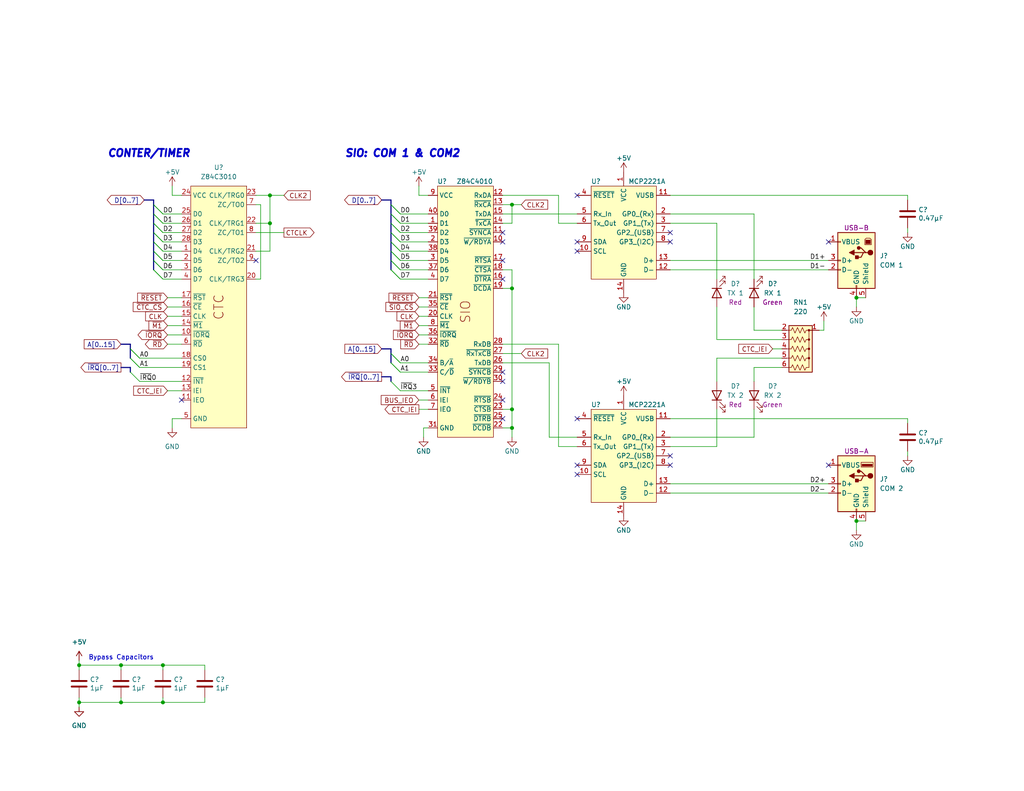
<source format=kicad_sch>
(kicad_sch (version 20230121) (generator eeschema)
  (paper "USLetter")
  (title_block (title "CTC and SIO with USB") (date "2023-09-20") (rev "3") (company "Frédéric Segard, aka Micro Hobbyist") (comment 1 "youtune.com/@microhobbyist") (comment 2 "github.com/fredericsegard") (comment 4 "I want to thank John Winans, Grant Searle and Sergey Kiselev for inspiring me."))
  (lib_symbols
    (symbol "+5V_1" (power) (pin_names (offset 0))
      (property "Value" "+5V_1" (at 0 3.556 0))
      (symbol "+5V_1_0_1"
        (polyline (pts (xy -0.762 1.27) (xy 0 2.54)))
        (polyline (pts (xy 0 0) (xy 0 2.54)))
        (polyline (pts (xy 0 2.54) (xy 0.762 1.27)))
      )
      (symbol "+5V_1_1_1"
        (pin power_in line (at 0 0 90) (length 0) hide (name "+5V") (number "1"))
      )
    )
    (symbol "0_Library:MCP2221A"
      (property "Reference" "U" (at -10.16 1.27 0))
      (property "Value" "MCP2221A" (at 1.27 1.27 0))
      (symbol "MCP2221A_0_1"
        (rectangle (start -8.89 0) (end 8.89 -25.4) (stroke (width 0.1524)) (fill (type background)))
      )
      (symbol "MCP2221A_1_1"
        (pin power_in line (at 0 3.81 270) (length 3.81) (name "VCC") (number "1"))
        (pin bidirectional line (at -12.7 -17.78 0) (length 3.81) (name "SCL") (number "10"))
        (pin power_out line (at 12.7 -2.54 180) (length 3.81) (name "VUSB") (number "11"))
        (pin bidirectional line (at 12.7 -22.86 180) (length 3.81) (name "D-") (number "12"))
        (pin bidirectional line (at 12.7 -20.32 180) (length 3.81) (name "D+") (number "13"))
        (pin power_in line (at 0 -29.21 90) (length 3.81) (name "GND") (number "14"))
        (pin bidirectional line (at 12.7 -7.62 180) (length 3.81) (name "GP0_(Rx)") (number "2"))
        (pin bidirectional line (at 12.7 -10.16 180) (length 3.81) (name "GP1_(Tx)") (number "3"))
        (pin input line (at -12.7 -2.54 0) (length 3.81) (name "~{RESET}") (number "4"))
        (pin input line (at -12.7 -7.62 0) (length 3.81) (name "Rx_In") (number "5"))
        (pin output line (at -12.7 -10.16 0) (length 3.81) (name "Tx_Out") (number "6"))
        (pin bidirectional line (at 12.7 -12.7 180) (length 3.81) (name "GP2_(USB)") (number "7"))
        (pin bidirectional line (at 12.7 -15.24 180) (length 3.81) (name "GP3_(I2C)") (number "8"))
        (pin bidirectional line (at -12.7 -15.24 0) (length 3.81) (name "SDA") (number "9"))
      )
    )
    (symbol "0_Library:Z84C30xx CTC"
      (property "Reference" "U" (at -7.62 1.27 0))
      (property "Value" "Z84C30xx CTC" (at 1.27 1.27 0))
      (symbol "Z84C30xx CTC_0_0"
        (text "CTC" (at 0 -33.02 900) (effects (font (size 2.54 2.54))))
      )
      (symbol "Z84C30xx CTC_0_1"
        (rectangle (start -7.62 0) (end 7.62 -66.04) (stroke (width 0.1524)) (fill (type background)))
      )
      (symbol "Z84C30xx CTC_1_1"
        (pin bidirectional line (at -10.16 -17.78 0) (length 2.54) (name "D4") (number "1"))
        (pin input line (at -10.16 -40.64 0) (length 2.54) (name "~{IORQ}") (number "10"))
        (pin output line (at -10.16 -58.42 0) (length 2.54) (name "IEO") (number "11"))
        (pin open_collector line (at -10.16 -53.34 0) (length 2.54) (name "~{INT}") (number "12"))
        (pin input line (at -10.16 -55.88 0) (length 2.54) (name "IEI") (number "13"))
        (pin input line (at -10.16 -38.1 0) (length 2.54) (name "~{M1}") (number "14"))
        (pin input line (at -10.16 -35.56 0) (length 2.54) (name "CLK") (number "15"))
        (pin input line (at -10.16 -33.02 0) (length 2.54) (name "~{CE}") (number "16"))
        (pin input line (at -10.16 -30.48 0) (length 2.54) (name "~{RST}") (number "17"))
        (pin input line (at -10.16 -46.99 0) (length 2.54) (name "CS0") (number "18"))
        (pin input line (at -10.16 -49.53 0) (length 2.54) (name "CS1") (number "19"))
        (pin bidirectional line (at -10.16 -20.32 0) (length 2.54) (name "D5") (number "2"))
        (pin input line (at 10.16 -25.4 180) (length 2.54) (name "CLK/TRG3") (number "20"))
        (pin input line (at 10.16 -17.78 180) (length 2.54) (name "CLK/TRG2") (number "21"))
        (pin input line (at 10.16 -10.16 180) (length 2.54) (name "CLK/TRG1") (number "22"))
        (pin input line (at 10.16 -2.54 180) (length 2.54) (name "CLK/TRG0") (number "23"))
        (pin power_in line (at -10.16 -2.54 0) (length 2.54) (name "VCC") (number "24"))
        (pin bidirectional line (at -10.16 -7.62 0) (length 2.54) (name "D0") (number "25"))
        (pin bidirectional line (at -10.16 -10.16 0) (length 2.54) (name "D1") (number "26"))
        (pin bidirectional line (at -10.16 -12.7 0) (length 2.54) (name "D2") (number "27"))
        (pin bidirectional line (at -10.16 -15.24 0) (length 2.54) (name "D3") (number "28"))
        (pin bidirectional line (at -10.16 -22.86 0) (length 2.54) (name "D6") (number "3"))
        (pin bidirectional line (at -10.16 -25.4 0) (length 2.54) (name "D7") (number "4"))
        (pin power_in line (at -10.16 -63.5 0) (length 2.54) (name "GND") (number "5"))
        (pin input line (at -10.16 -43.18 0) (length 2.54) (name "~{RD}") (number "6"))
        (pin output line (at 10.16 -5.08 180) (length 2.54) (name "ZC/TO0") (number "7"))
        (pin output line (at 10.16 -12.7 180) (length 2.54) (name "ZC/TO1") (number "8"))
        (pin output line (at 10.16 -20.32 180) (length 2.54) (name "ZC/TO2") (number "9"))
      )
    )
    (symbol "0_Library:Z84C40xx SIO"
      (property "Reference" "U" (at -7.62 1.27 0))
      (property "Value" "Z84C40xx SIO" (at 1.27 1.27 0))
      (symbol "Z84C40xx SIO_0_0"
        (text "SIO" (at 0 -34.29 900) (effects (font (size 2.54 2.54))))
      )
      (symbol "Z84C40xx SIO_0_1"
        (rectangle (start -7.62 0) (end 7.62 -68.58) (stroke (width 0.1524)) (fill (type background)))
      )
      (symbol "Z84C40xx SIO_1_1"
        (pin bidirectional line (at -10.16 -10.16 0) (length 2.54) (name "D1") (number "1"))
        (pin output line (at 10.16 -15.24 180) (length 2.54) (name "~{W/RDYA}") (number "10"))
        (pin bidirectional line (at 10.16 -12.7 180) (length 2.54) (name "~{SYNCA}") (number "11"))
        (pin input line (at 10.16 -2.54 180) (length 2.54) (name "RxDA") (number "12"))
        (pin input line (at 10.16 -5.08 180) (length 2.54) (name "~{RxCA}") (number "13"))
        (pin input line (at 10.16 -10.16 180) (length 2.54) (name "~{TxCA}") (number "14"))
        (pin output line (at 10.16 -7.62 180) (length 2.54) (name "TxDA") (number "15"))
        (pin output line (at 10.16 -25.4 180) (length 2.54) (name "~{DTRA}") (number "16"))
        (pin output line (at 10.16 -20.32 180) (length 2.54) (name "~{RTSA}") (number "17"))
        (pin input line (at 10.16 -22.86 180) (length 2.54) (name "~{CTSA}") (number "18"))
        (pin input line (at 10.16 -27.94 180) (length 2.54) (name "~{DCDA}") (number "19"))
        (pin bidirectional line (at -10.16 -15.24 0) (length 2.54) (name "D3") (number "2"))
        (pin input line (at -10.16 -35.56 0) (length 2.54) (name "CLK") (number "20"))
        (pin input line (at -10.16 -30.48 0) (length 2.54) (name "~{RST}") (number "21"))
        (pin input line (at 10.16 -66.04 180) (length 2.54) (name "~{DCDB}") (number "22"))
        (pin input line (at 10.16 -60.96 180) (length 2.54) (name "~{CTSB}") (number "23"))
        (pin output line (at 10.16 -58.42 180) (length 2.54) (name "~{RTSB}") (number "24"))
        (pin output line (at 10.16 -63.5 180) (length 2.54) (name "~{DTRB}") (number "25"))
        (pin output line (at 10.16 -48.26 180) (length 2.54) (name "TxDB") (number "26"))
        (pin input line (at 10.16 -45.72 180) (length 2.54) (name "~{RxTxCB}") (number "27"))
        (pin input line (at 10.16 -43.18 180) (length 2.54) (name "RxDB") (number "28"))
        (pin bidirectional line (at 10.16 -50.8 180) (length 2.54) (name "~{SYNCB}") (number "29"))
        (pin bidirectional line (at -10.16 -20.32 0) (length 2.54) (name "D5") (number "3"))
        (pin output line (at 10.16 -53.34 180) (length 2.54) (name "~{W/RDYB}") (number "30"))
        (pin power_in line (at -10.16 -66.04 0) (length 2.54) (name "GND") (number "31"))
        (pin input line (at -10.16 -43.18 0) (length 2.54) (name "~{RD}") (number "32"))
        (pin input line (at -10.16 -50.8 0) (length 2.54) (name "C/~{D}") (number "33"))
        (pin input line (at -10.16 -48.26 0) (length 2.54) (name "B/~{A}") (number "34"))
        (pin input line (at -10.16 -33.02 0) (length 2.54) (name "~{CE}") (number "35"))
        (pin input line (at -10.16 -40.64 0) (length 2.54) (name "~{IORQ}") (number "36"))
        (pin bidirectional line (at -10.16 -22.86 0) (length 2.54) (name "D6") (number "37"))
        (pin bidirectional line (at -10.16 -17.78 0) (length 2.54) (name "D4") (number "38"))
        (pin bidirectional line (at -10.16 -12.7 0) (length 2.54) (name "D2") (number "39"))
        (pin bidirectional line (at -10.16 -25.4 0) (length 2.54) (name "D7") (number "4"))
        (pin bidirectional line (at -10.16 -7.62 0) (length 2.54) (name "D0") (number "40"))
        (pin open_collector line (at -10.16 -55.88 0) (length 2.54) (name "~{INT}") (number "5"))
        (pin input line (at -10.16 -58.42 0) (length 2.54) (name "IEI") (number "6"))
        (pin output line (at -10.16 -60.96 0) (length 2.54) (name "IEO") (number "7"))
        (pin input line (at -10.16 -38.1 0) (length 2.54) (name "~{M1}") (number "8"))
        (pin power_in line (at -10.16 -2.54 0) (length 2.54) (name "VCC") (number "9"))
      )
    )
    (symbol "Connector:USB_A" (pin_names (offset 1.016))
      (property "Reference" "J" (at -5.08 11.43 0))
      (property "Value" "USB_A" (at -5.08 8.89 0))
      (symbol "USB_A_0_1"
        (rectangle (start -5.08 -7.62) (end 5.08 7.62) (stroke (width 0.254)) (fill (type background)))
        (circle (center -3.81 2.159) (radius 0.635) (stroke (width 0.254)) (fill (type outline)))
        (rectangle (start -1.524 4.826) (end -4.318 5.334) (fill (type outline)))
        (rectangle (start -1.27 4.572) (end -4.572 5.842))
        (circle (center -0.635 3.429) (radius 0.381) (stroke (width 0.254)) (fill (type outline)))
        (rectangle (start -0.127 -7.62) (end 0.127 -6.858))
        (polyline (pts (xy -3.175 2.159) (xy -2.54 2.159) (xy -1.27 3.429) (xy -0.635 3.429)) (stroke (width 0.254)))
        (polyline (pts (xy -2.54 2.159) (xy -1.905 2.159) (xy -1.27 0.889) (xy 0 0.889)) (stroke (width 0.254)))
        (polyline (pts (xy 0.635 2.794) (xy 0.635 1.524) (xy 1.905 2.159) (xy 0.635 2.794)) (stroke (width 0.254)) (fill (type outline)))
        (rectangle (start 0.254 1.27) (end -0.508 0.508) (stroke (width 0.254)) (fill (type outline)))
        (rectangle (start 5.08 -2.667) (end 4.318 -2.413))
        (rectangle (start 5.08 -0.127) (end 4.318 0.127))
        (rectangle (start 5.08 4.953) (end 4.318 5.207))
      )
      (symbol "USB_A_1_1"
        (polyline (pts (xy -1.905 2.159) (xy 0.635 2.159)) (stroke (width 0.254)))
        (pin power_in line (at 7.62 5.08 180) (length 2.54) (name "VBUS") (number "1"))
        (pin bidirectional line (at 7.62 -2.54 180) (length 2.54) (name "D-") (number "2"))
        (pin bidirectional line (at 7.62 0 180) (length 2.54) (name "D+") (number "3"))
        (pin power_in line (at 0 -10.16 90) (length 2.54) (name "GND") (number "4"))
        (pin passive line (at -2.54 -10.16 90) (length 2.54) (name "Shield") (number "5"))
      )
    )
    (symbol "Connector:USB_B" (pin_names (offset 1.016))
      (property "Reference" "J" (at -5.08 11.43 0))
      (property "Value" "USB_B" (at -5.08 8.89 0))
      (symbol "USB_B_0_1"
        (rectangle (start -5.08 -7.62) (end 5.08 7.62) (stroke (width 0.254)) (fill (type background)))
        (circle (center -3.81 2.159) (radius 0.635) (stroke (width 0.254)) (fill (type outline)))
        (rectangle (start -3.81 5.588) (end -2.54 4.572) (fill (type outline)))
        (circle (center -0.635 3.429) (radius 0.381) (stroke (width 0.254)) (fill (type outline)))
        (rectangle (start -0.127 -7.62) (end 0.127 -6.858))
        (polyline (pts (xy -1.905 2.159) (xy 0.635 2.159)) (stroke (width 0.254)))
        (polyline (pts (xy -3.175 2.159) (xy -2.54 2.159) (xy -1.27 3.429) (xy -0.635 3.429)) (stroke (width 0.254)))
        (polyline (pts (xy -2.54 2.159) (xy -1.905 2.159) (xy -1.27 0.889) (xy 0 0.889)) (stroke (width 0.254)))
        (polyline (pts (xy 0.635 2.794) (xy 0.635 1.524) (xy 1.905 2.159) (xy 0.635 2.794)) (stroke (width 0.254)) (fill (type outline)))
        (polyline (pts (xy -4.064 4.318) (xy -2.286 4.318) (xy -2.286 5.715) (xy -2.667 6.096) (xy -3.683 6.096) (xy -4.064 5.715) (xy -4.064 4.318)))
        (rectangle (start 0.254 1.27) (end -0.508 0.508) (stroke (width 0.254)) (fill (type outline)))
        (rectangle (start 5.08 -2.667) (end 4.318 -2.413))
        (rectangle (start 5.08 -0.127) (end 4.318 0.127))
        (rectangle (start 5.08 4.953) (end 4.318 5.207))
      )
      (symbol "USB_B_1_1"
        (pin power_out line (at 7.62 5.08 180) (length 2.54) (name "VBUS") (number "1"))
        (pin bidirectional line (at 7.62 -2.54 180) (length 2.54) (name "D-") (number "2"))
        (pin bidirectional line (at 7.62 0 180) (length 2.54) (name "D+") (number "3"))
        (pin power_out line (at 0 -10.16 90) (length 2.54) (name "GND") (number "4"))
        (pin passive line (at -2.54 -10.16 90) (length 2.54) (name "Shield") (number "5"))
      )
    )
    (symbol "Device:C" (pin_numbers hide) (pin_names (offset 0.254))
      (property "Reference" "C" (at 0.635 2.54 0))
      (property "Value" "C" (at 0.635 -2.54 0))
      (symbol "C_0_1"
        (polyline (pts (xy -2.032 -0.762) (xy 2.032 -0.762)) (stroke (width 0.508)))
        (polyline (pts (xy -2.032 0.762) (xy 2.032 0.762)) (stroke (width 0.508)))
      )
      (symbol "C_1_1"
        (pin passive line (at 0 3.81 270) (length 2.794) (name "~") (number "1"))
        (pin passive line (at 0 -3.81 90) (length 2.794) (name "~") (number "2"))
      )
    )
    (symbol "Device:LED" (pin_numbers hide) (pin_names (offset 1.016) hide)
      (property "Reference" "D" (at 0 2.54 0))
      (property "Value" "LED" (at 0 -2.54 0))
      (symbol "LED_0_1"
        (polyline (pts (xy -1.27 -1.27) (xy -1.27 1.27)) (stroke (width 0.254)))
        (polyline (pts (xy -1.27 0) (xy 1.27 0)))
        (polyline (pts (xy 1.27 -1.27) (xy 1.27 1.27) (xy -1.27 0) (xy 1.27 -1.27)) (stroke (width 0.254)))
        (polyline (pts (xy -3.048 -0.762) (xy -4.572 -2.286) (xy -3.81 -2.286) (xy -4.572 -2.286) (xy -4.572 -1.524)))
        (polyline (pts (xy -1.778 -0.762) (xy -3.302 -2.286) (xy -2.54 -2.286) (xy -3.302 -2.286) (xy -3.302 -1.524)))
      )
      (symbol "LED_1_1"
        (pin passive line (at -3.81 0 0) (length 2.54) (name "K") (number "1"))
        (pin passive line (at 3.81 0 180) (length 2.54) (name "A") (number "2"))
      )
    )
    (symbol "Device:R_Network05_US" (pin_names (offset 0) hide)
      (property "Reference" "RN" (at -7.62 0 90))
      (property "Value" "R_Network05_US" (at 7.62 0 90))
      (symbol "R_Network05_US_0_1"
        (rectangle (start -6.35 -3.175) (end 6.35 3.175) (stroke (width 0.254)) (fill (type background)))
        (circle (center -5.08 2.286) (radius 0.254) (fill (type outline)))
        (circle (center -2.54 2.286) (radius 0.254) (fill (type outline)))
        (polyline (pts (xy -5.08 2.286) (xy 5.08 2.286)))
        (polyline (pts (xy -5.08 2.286) (xy -5.08 1.524) (xy -4.318 1.1684) (xy -5.842 0.508) (xy -4.318 -0.1524) (xy -5.842 -0.8382) (xy -4.318 -1.524) (xy -5.842 -2.1844) (xy -5.08 -2.54) (xy -5.08 -3.81)))
        (polyline (pts (xy -2.54 2.286) (xy -2.54 1.524) (xy -1.778 1.1684) (xy -3.302 0.508) (xy -1.778 -0.1524) (xy -3.302 -0.8382) (xy -1.778 -1.524) (xy -3.302 -2.1844) (xy -2.54 -2.54) (xy -2.54 -3.81)))
        (polyline (pts (xy 0 2.286) (xy 0 1.524) (xy 0.762 1.1684) (xy -0.762 0.508) (xy 0.762 -0.1524) (xy -0.762 -0.8382) (xy 0.762 -1.524) (xy -0.762 -2.1844) (xy 0 -2.54) (xy 0 -3.81)))
        (polyline (pts (xy 2.54 2.286) (xy 2.54 1.524) (xy 3.302 1.1684) (xy 1.778 0.508) (xy 3.302 -0.1524) (xy 1.778 -0.8382) (xy 3.302 -1.524) (xy 1.778 -2.1844) (xy 2.54 -2.54) (xy 2.54 -3.81)))
        (polyline (pts (xy 5.08 2.286) (xy 5.08 1.524) (xy 5.842 1.1684) (xy 4.318 0.508) (xy 5.842 -0.1524) (xy 4.318 -0.8382) (xy 5.842 -1.524) (xy 4.318 -2.1844) (xy 5.08 -2.54) (xy 5.08 -3.81)))
        (circle (center 0 2.286) (radius 0.254) (fill (type outline)))
        (circle (center 2.54 2.286) (radius 0.254) (fill (type outline)))
      )
      (symbol "R_Network05_US_1_1"
        (pin passive line (at -5.08 5.08 270) (length 2.54) (name "common") (number "1"))
        (pin passive line (at -5.08 -5.08 90) (length 1.27) (name "R1") (number "2"))
        (pin passive line (at -2.54 -5.08 90) (length 1.27) (name "R2") (number "3"))
        (pin passive line (at 0 -5.08 90) (length 1.27) (name "R3") (number "4"))
        (pin passive line (at 2.54 -5.08 90) (length 1.27) (name "R4") (number "5"))
        (pin passive line (at 5.08 -5.08 90) (length 1.27) (name "R5") (number "6"))
      )
    )
    (symbol "GND_1" (power) (pin_names (offset 0))
      (property "Value" "GND_1" (at 0 -3.81 0))
      (symbol "GND_1_0_1"
        (polyline (pts (xy 0 0) (xy 0 -1.27) (xy 1.27 -1.27) (xy 0 -2.54) (xy -1.27 -1.27) (xy 0 -1.27)))
      )
      (symbol "GND_1_1_1"
        (pin power_in line (at 0 0 270) (length 0) hide (name "GND") (number "1"))
      )
    )
  )
  (junction (at 73.66 53.34))
  (junction (at 139.7 111.76))
  (junction (at 21.59 191.77))
  (junction (at 44.45 191.77))
  (junction (at 44.45 181.61))
  (junction (at 233.68 142.24))
  (junction (at 21.59 181.61))
  (junction (at 233.68 81.28))
  (junction (at 139.7 116.84))
  (junction (at 73.66 60.96))
  (junction (at 139.7 78.74))
  (junction (at 33.02 191.77))
  (junction (at 139.7 55.88))
  (junction (at 33.02 181.61))
  (no_connect (at 157.48 66.04))
  (no_connect (at 182.88 127))
  (no_connect (at 137.16 76.2))
  (no_connect (at 182.88 63.5))
  (no_connect (at 157.48 127))
  (no_connect (at 137.16 109.22))
  (no_connect (at 137.16 63.5))
  (no_connect (at 137.16 71.12))
  (no_connect (at 69.85 71.12))
  (no_connect (at 137.16 104.14))
  (no_connect (at 49.53 109.22))
  (no_connect (at 137.16 101.6))
  (no_connect (at 182.88 66.04))
  (no_connect (at 157.48 129.54))
  (no_connect (at 157.48 68.58))
  (no_connect (at 137.16 114.3))
  (no_connect (at 226.06 127))
  (no_connect (at 157.48 114.3))
  (no_connect (at 226.06 66.04))
  (no_connect (at 182.88 124.46))
  (no_connect (at 137.16 66.04))
  (no_connect (at 157.48 53.34))
  (bus_entry (at 41.91 71.12) (size 2.54 2.54))
  (bus_entry (at 41.91 58.42) (size 2.54 2.54))
  (bus_entry (at 41.91 71.12) (size 2.54 2.54))
  (bus_entry (at 106.68 73.66) (size 2.54 2.54))
  (bus_entry (at 106.68 73.66) (size 2.54 2.54))
  (bus_entry (at 106.68 66.04) (size 2.54 2.54))
  (bus_entry (at 106.68 66.04) (size 2.54 2.54))
  (bus_entry (at 35.56 97.79) (size 2.54 2.54))
  (bus_entry (at 106.68 60.96) (size 2.54 2.54))
  (bus_entry (at 106.68 60.96) (size 2.54 2.54))
  (bus_entry (at 106.68 63.5) (size 2.54 2.54))
  (bus_entry (at 106.68 63.5) (size 2.54 2.54))
  (bus_entry (at 41.91 66.04) (size 2.54 2.54))
  (bus_entry (at 41.91 55.88) (size 2.54 2.54))
  (bus_entry (at 41.91 66.04) (size 2.54 2.54))
  (bus_entry (at 41.91 58.42) (size 2.54 2.54))
  (bus_entry (at 106.68 104.14) (size 2.54 2.54))
  (bus_entry (at 106.68 55.88) (size 2.54 2.54))
  (bus_entry (at 106.68 55.88) (size 2.54 2.54))
  (bus_entry (at 106.68 71.12) (size 2.54 2.54))
  (bus_entry (at 106.68 71.12) (size 2.54 2.54))
  (bus_entry (at 41.91 68.58) (size 2.54 2.54))
  (bus_entry (at 35.56 95.25) (size 2.54 2.54))
  (bus_entry (at 41.91 55.88) (size 2.54 2.54))
  (bus_entry (at 41.91 60.96) (size 2.54 2.54))
  (bus_entry (at 35.56 101.6) (size 2.54 2.54))
  (bus_entry (at 106.68 96.52) (size 2.54 2.54))
  (bus_entry (at 106.68 96.52) (size 2.54 2.54))
  (bus_entry (at 41.91 63.5) (size 2.54 2.54))
  (bus_entry (at 41.91 73.66) (size 2.54 2.54))
  (bus_entry (at 41.91 68.58) (size 2.54 2.54))
  (bus_entry (at 41.91 63.5) (size 2.54 2.54))
  (bus_entry (at 106.68 99.06) (size 2.54 2.54))
  (bus_entry (at 106.68 99.06) (size 2.54 2.54))
  (bus_entry (at 41.91 60.96) (size 2.54 2.54))
  (bus_entry (at 35.56 97.79) (size 2.54 2.54))
  (bus_entry (at 41.91 73.66) (size 2.54 2.54))
  (bus_entry (at 106.68 58.42) (size 2.54 2.54))
  (bus_entry (at 106.68 58.42) (size 2.54 2.54))
  (bus_entry (at 35.56 95.25) (size 2.54 2.54))
  (bus_entry (at 106.68 68.58) (size 2.54 2.54))
  (bus_entry (at 106.68 68.58) (size 2.54 2.54))
  (wire (pts (xy 247.65 54.61) (xy 247.65 53.34)))
  (wire (pts (xy 247.65 115.57) (xy 247.65 114.3)))
  (bus (pts (xy 41.91 58.42) (xy 41.91 55.88)))
  (wire (pts (xy 109.22 101.6) (xy 116.84 101.6)))
  (wire (pts (xy 114.3 83.82) (xy 116.84 83.82)))
  (wire (pts (xy 223.52 90.17) (xy 224.79 90.17)))
  (wire (pts (xy 45.72 83.82) (xy 49.53 83.82)))
  (wire (pts (xy 114.3 111.76) (xy 116.84 111.76)))
  (wire (pts (xy 205.74 119.38) (xy 182.88 119.38)))
  (bus (pts (xy 41.91 68.58) (xy 41.91 66.04)))
  (wire (pts (xy 139.7 73.66) (xy 139.7 78.74)))
  (wire (pts (xy 69.85 68.58) (xy 73.66 68.58)))
  (wire (pts (xy 139.7 55.88) (xy 139.7 60.96)))
  (wire (pts (xy 38.1 104.14) (xy 49.53 104.14)))
  (wire (pts (xy 137.16 73.66) (xy 139.7 73.66)))
  (wire (pts (xy 46.99 114.3) (xy 46.99 116.84)))
  (wire (pts (xy 44.45 58.42) (xy 49.53 58.42)))
  (wire (pts (xy 205.74 111.76) (xy 205.74 119.38)))
  (wire (pts (xy 109.22 68.58) (xy 116.84 68.58)))
  (wire (pts (xy 38.1 100.33) (xy 49.53 100.33)))
  (wire (pts (xy 21.59 181.61) (xy 21.59 182.88)))
  (wire (pts (xy 182.88 60.96) (xy 195.58 60.96)))
  (wire (pts (xy 137.16 60.96) (xy 139.7 60.96)))
  (wire (pts (xy 44.45 73.66) (xy 49.53 73.66)))
  (wire (pts (xy 157.48 121.92) (xy 152.4 121.92)))
  (wire (pts (xy 233.68 81.28) (xy 233.68 83.82)))
  (wire (pts (xy 44.45 182.88) (xy 44.45 181.61)))
  (wire (pts (xy 33.02 190.5) (xy 33.02 191.77)))
  (wire (pts (xy 55.88 190.5) (xy 55.88 191.77)))
  (bus (pts (xy 41.91 60.96) (xy 41.91 58.42)))
  (wire (pts (xy 137.16 111.76) (xy 139.7 111.76)))
  (wire (pts (xy 115.57 116.84) (xy 115.57 119.38)))
  (wire (pts (xy 44.45 60.96) (xy 49.53 60.96)))
  (wire (pts (xy 44.45 190.5) (xy 44.45 191.77)))
  (wire (pts (xy 195.58 76.2) (xy 195.58 60.96)))
  (wire (pts (xy 38.1 97.79) (xy 49.53 97.79)))
  (bus (pts (xy 41.91 71.12) (xy 41.91 68.58)))
  (wire (pts (xy 45.72 81.28) (xy 49.53 81.28)))
  (wire (pts (xy 109.22 106.68) (xy 116.84 106.68)))
  (wire (pts (xy 109.22 60.96) (xy 116.84 60.96)))
  (bus (pts (xy 106.68 99.06) (xy 106.68 96.52)))
  (wire (pts (xy 247.65 63.5) (xy 247.65 62.23)))
  (bus (pts (xy 104.14 95.25) (xy 106.68 95.25)))
  (wire (pts (xy 45.72 93.98) (xy 49.53 93.98)))
  (wire (pts (xy 247.65 53.34) (xy 182.88 53.34)))
  (wire (pts (xy 44.45 71.12) (xy 49.53 71.12)))
  (wire (pts (xy 44.45 191.77) (xy 55.88 191.77)))
  (bus (pts (xy 106.68 104.14) (xy 106.68 102.87)))
  (wire (pts (xy 205.74 100.33) (xy 205.74 104.14)))
  (bus (pts (xy 106.68 71.12) (xy 106.68 68.58)))
  (wire (pts (xy 45.72 88.9) (xy 49.53 88.9)))
  (wire (pts (xy 45.72 86.36) (xy 49.53 86.36)))
  (wire (pts (xy 137.16 78.74) (xy 139.7 78.74)))
  (wire (pts (xy 139.7 55.88) (xy 142.24 55.88)))
  (wire (pts (xy 109.22 76.2) (xy 116.84 76.2)))
  (wire (pts (xy 114.3 93.98) (xy 116.84 93.98)))
  (wire (pts (xy 73.66 53.34) (xy 77.47 53.34)))
  (wire (pts (xy 109.22 63.5) (xy 116.84 63.5)))
  (bus (pts (xy 106.68 66.04) (xy 106.68 63.5)))
  (wire (pts (xy 45.72 106.68) (xy 49.53 106.68)))
  (wire (pts (xy 137.16 58.42) (xy 157.48 58.42)))
  (wire (pts (xy 213.36 100.33) (xy 205.74 100.33)))
  (wire (pts (xy 109.22 66.04) (xy 116.84 66.04)))
  (wire (pts (xy 233.68 81.28) (xy 236.22 81.28)))
  (wire (pts (xy 44.45 181.61) (xy 55.88 181.61)))
  (bus (pts (xy 106.68 63.5) (xy 106.68 60.96)))
  (wire (pts (xy 55.88 182.88) (xy 55.88 181.61)))
  (wire (pts (xy 195.58 97.79) (xy 195.58 104.14)))
  (wire (pts (xy 44.45 181.61) (xy 33.02 181.61)))
  (bus (pts (xy 41.91 55.88) (xy 41.91 54.61)))
  (wire (pts (xy 182.88 134.62) (xy 226.06 134.62)))
  (wire (pts (xy 33.02 181.61) (xy 21.59 181.61)))
  (wire (pts (xy 73.66 60.96) (xy 73.66 68.58)))
  (wire (pts (xy 213.36 97.79) (xy 195.58 97.79)))
  (bus (pts (xy 106.68 55.88) (xy 106.68 54.61)))
  (wire (pts (xy 233.68 142.24) (xy 236.22 142.24)))
  (wire (pts (xy 137.16 96.52) (xy 142.24 96.52)))
  (wire (pts (xy 182.88 71.12) (xy 226.06 71.12)))
  (wire (pts (xy 137.16 55.88) (xy 139.7 55.88)))
  (wire (pts (xy 33.02 182.88) (xy 33.02 181.61)))
  (wire (pts (xy 69.85 55.88) (xy 71.12 55.88)))
  (wire (pts (xy 73.66 53.34) (xy 73.66 60.96)))
  (wire (pts (xy 182.88 73.66) (xy 226.06 73.66)))
  (bus (pts (xy 41.91 73.66) (xy 41.91 71.12)))
  (wire (pts (xy 182.88 132.08) (xy 226.06 132.08)))
  (wire (pts (xy 69.85 63.5) (xy 77.47 63.5)))
  (bus (pts (xy 104.14 54.61) (xy 106.68 54.61)))
  (wire (pts (xy 71.12 55.88) (xy 71.12 76.2)))
  (bus (pts (xy 33.02 100.33) (xy 35.56 100.33)))
  (wire (pts (xy 71.12 76.2) (xy 69.85 76.2)))
  (wire (pts (xy 109.22 58.42) (xy 116.84 58.42)))
  (wire (pts (xy 21.59 191.77) (xy 33.02 191.77)))
  (bus (pts (xy 41.91 63.5) (xy 41.91 60.96)))
  (bus (pts (xy 106.68 73.66) (xy 106.68 71.12)))
  (wire (pts (xy 213.36 90.17) (xy 205.74 90.17)))
  (wire (pts (xy 109.22 71.12) (xy 116.84 71.12)))
  (wire (pts (xy 114.3 88.9) (xy 116.84 88.9)))
  (wire (pts (xy 21.59 190.5) (xy 21.59 191.77)))
  (bus (pts (xy 106.68 60.96) (xy 106.68 58.42)))
  (wire (pts (xy 205.74 83.82) (xy 205.74 90.17)))
  (wire (pts (xy 46.99 50.8) (xy 46.99 53.34)))
  (wire (pts (xy 114.3 91.44) (xy 116.84 91.44)))
  (wire (pts (xy 139.7 78.74) (xy 139.7 111.76)))
  (wire (pts (xy 69.85 60.96) (xy 73.66 60.96)))
  (bus (pts (xy 35.56 101.6) (xy 35.56 100.33)))
  (wire (pts (xy 224.79 87.63) (xy 224.79 90.17)))
  (wire (pts (xy 137.16 116.84) (xy 139.7 116.84)))
  (bus (pts (xy 41.91 66.04) (xy 41.91 63.5)))
  (wire (pts (xy 137.16 53.34) (xy 152.4 53.34)))
  (wire (pts (xy 114.3 86.36) (xy 116.84 86.36)))
  (bus (pts (xy 39.37 54.61) (xy 41.91 54.61)))
  (wire (pts (xy 195.58 111.76) (xy 195.58 121.92)))
  (wire (pts (xy 213.36 92.71) (xy 195.58 92.71)))
  (wire (pts (xy 149.86 99.06) (xy 137.16 99.06)))
  (wire (pts (xy 139.7 116.84) (xy 139.7 119.38)))
  (wire (pts (xy 44.45 68.58) (xy 49.53 68.58)))
  (bus (pts (xy 33.02 93.98) (xy 35.56 93.98)))
  (wire (pts (xy 116.84 116.84) (xy 115.57 116.84)))
  (wire (pts (xy 44.45 76.2) (xy 49.53 76.2)))
  (wire (pts (xy 210.82 95.25) (xy 213.36 95.25)))
  (wire (pts (xy 114.3 50.8) (xy 114.3 53.34)))
  (bus (pts (xy 35.56 97.79) (xy 35.56 95.25)))
  (bus (pts (xy 104.14 102.87) (xy 106.68 102.87)))
  (wire (pts (xy 21.59 180.34) (xy 21.59 181.61)))
  (wire (pts (xy 195.58 83.82) (xy 195.58 92.71)))
  (wire (pts (xy 114.3 109.22) (xy 116.84 109.22)))
  (bus (pts (xy 106.68 96.52) (xy 106.68 95.25)))
  (bus (pts (xy 106.68 68.58) (xy 106.68 66.04)))
  (wire (pts (xy 49.53 53.34) (xy 46.99 53.34)))
  (bus (pts (xy 106.68 58.42) (xy 106.68 55.88)))
  (wire (pts (xy 69.85 53.34) (xy 73.66 53.34)))
  (wire (pts (xy 152.4 53.34) (xy 152.4 60.96)))
  (wire (pts (xy 149.86 119.38) (xy 157.48 119.38)))
  (wire (pts (xy 109.22 73.66) (xy 116.84 73.66)))
  (wire (pts (xy 137.16 93.98) (xy 152.4 93.98)))
  (wire (pts (xy 49.53 114.3) (xy 46.99 114.3)))
  (wire (pts (xy 139.7 111.76) (xy 139.7 116.84)))
  (wire (pts (xy 44.45 66.04) (xy 49.53 66.04)))
  (wire (pts (xy 116.84 53.34) (xy 114.3 53.34)))
  (wire (pts (xy 33.02 191.77) (xy 44.45 191.77)))
  (bus (pts (xy 35.56 95.25) (xy 35.56 93.98)))
  (wire (pts (xy 233.68 142.24) (xy 233.68 144.78)))
  (wire (pts (xy 45.72 91.44) (xy 49.53 91.44)))
  (wire (pts (xy 152.4 93.98) (xy 152.4 121.92)))
  (wire (pts (xy 182.88 58.42) (xy 205.74 58.42)))
  (wire (pts (xy 182.88 114.3) (xy 247.65 114.3)))
  (wire (pts (xy 109.22 99.06) (xy 116.84 99.06)))
  (wire (pts (xy 114.3 81.28) (xy 116.84 81.28)))
  (wire (pts (xy 21.59 191.77) (xy 21.59 193.04)))
  (wire (pts (xy 205.74 76.2) (xy 205.74 58.42)))
  (wire (pts (xy 157.48 60.96) (xy 152.4 60.96)))
  (wire (pts (xy 149.86 119.38) (xy 149.86 99.06)))
  (wire (pts (xy 247.65 124.46) (xy 247.65 123.19)))
  (wire (pts (xy 44.45 63.5) (xy 49.53 63.5)))
  (wire (pts (xy 195.58 121.92) (xy 182.88 121.92)))
  (text "CONTER/TIMER" (at 29.21 43.18 0) (effects (font (size 2 2) (thickness 0.508) bold italic) (justify left bottom)))
  (text "SIO: COM 1 & COM2" (at 93.98 43.18 0) (effects (font (size 2 2) (thickness 0.508) bold italic) (justify left bottom)))
  (text "Bypass Capacitors" (at 24.13 180.34 0) (effects (font (size 1.27 1.27)) (justify left bottom)))
  (text "Bypass Capacitors" (at 24.13 180.34 0) (effects (font (size 1.27 1.27)) (justify left bottom)))
  (label "D1" (at 44.45 60.96 0))
  (label "D2+" (at 220.98 132.08 0))
  (label "D7" (at 44.45 76.2 0))
  (label "A1" (at 38.1 100.33 0))
  (label "A0" (at 38.1 97.79 0))
  (label "D5" (at 109.22 71.12 0))
  (label "~{IRQ}3" (at 109.22 106.68 0))
  (label "A1" (at 109.22 101.6 0))
  (label "D1" (at 109.22 60.96 0))
  (label "D2-" (at 220.98 134.62 0))
  (label "D1-" (at 220.98 73.66 0))
  (label "D2" (at 44.45 63.5 0))
  (label "A0" (at 109.22 99.06 0))
  (label "D4" (at 44.45 68.58 0))
  (label "D6" (at 44.45 73.66 0))
  (label "D6" (at 109.22 73.66 0))
  (label "D0" (at 109.22 58.42 0))
  (label "D3" (at 44.45 66.04 0))
  (label "D3" (at 109.22 66.04 0))
  (label "D1+" (at 220.98 71.12 0))
  (label "~{IRQ}0" (at 38.1 104.14 0))
  (label "D5" (at 44.45 71.12 0))
  (label "D4" (at 109.22 68.58 0))
  (label "D7" (at 109.22 76.2 0))
  (label "D2" (at 109.22 63.5 0))
  (label "D0" (at 44.45 58.42 0))
  (global_label "~{SIO_CS}" (shape input) (at 114.3 83.82 180) (property "Intersheetrefs" "${INTERSHEET_REFS}" (effects hide)))
  (global_label "CLK2" (shape input) (at 142.24 96.52 0) (property "Intersheetrefs" "${INTERSHEET_REFS}" (effects hide)))
  (global_label "CLK" (shape input) (at 114.3 86.36 180) (property "Intersheetrefs" "${INTERSHEET_REFS}" (effects hide)))
  (global_label "D[0..7]" (shape bidirectional) (at 39.37 54.61 180) (property "Intersheetrefs" "${INTERSHEET_REFS}" (effects hide)))
  (global_label "~{RESET}" (shape input) (at 114.3 81.28 180) (property "Intersheetrefs" "${INTERSHEET_REFS}" (effects hide)))
  (global_label "BUS_IEO" (shape input) (at 114.3 109.22 180) (property "Intersheetrefs" "${INTERSHEET_REFS}" (effects hide)))
  (global_label "~{RD}" (shape tri_state) (at 45.72 93.98 180) (property "Intersheetrefs" "${INTERSHEET_REFS}" (effects hide)))
  (global_label "CLK2" (shape input) (at 77.47 53.34 0) (property "Intersheetrefs" "${INTERSHEET_REFS}" (effects hide)))
  (global_label "~{IRQ}[0..7]" (shape output) (at 33.02 100.33 180) (property "Intersheetrefs" "${INTERSHEET_REFS}" (effects hide)))
  (global_label "~{M1}" (shape input) (at 114.3 88.9 180) (property "Intersheetrefs" "${INTERSHEET_REFS}" (effects hide)))
  (global_label "A[0..15]" (shape input) (at 33.02 93.98 180) (property "Intersheetrefs" "${INTERSHEET_REFS}" (effects hide)))
  (global_label "~{RESET}" (shape input) (at 45.72 81.28 180) (property "Intersheetrefs" "${INTERSHEET_REFS}" (effects hide)))
  (global_label "~{IRQ}[0..7]" (shape output) (at 104.14 102.87 180) (property "Intersheetrefs" "${INTERSHEET_REFS}" (effects hide)))
  (global_label "~{RD}" (shape input) (at 114.3 93.98 180) (property "Intersheetrefs" "${INTERSHEET_REFS}" (effects hide)))
  (global_label "CLK2" (shape input) (at 142.24 55.88 0) (property "Intersheetrefs" "${INTERSHEET_REFS}" (effects hide)))
  (global_label "CLK" (shape input) (at 45.72 86.36 180) (property "Intersheetrefs" "${INTERSHEET_REFS}" (effects hide)))
  (global_label "~{CTC_CS}" (shape input) (at 45.72 83.82 180) (property "Intersheetrefs" "${INTERSHEET_REFS}" (effects hide)))
  (global_label "CTCLK" (shape output) (at 77.47 63.5 0) (property "Intersheetrefs" "${INTERSHEET_REFS}" (effects hide)))
  (global_label "~{M1}" (shape input) (at 45.72 88.9 180) (property "Intersheetrefs" "${INTERSHEET_REFS}" (effects hide)))
  (global_label "~{IORQ}" (shape input) (at 114.3 91.44 180) (property "Intersheetrefs" "${INTERSHEET_REFS}" (effects hide)))
  (global_label "A[0..15]" (shape input) (at 104.14 95.25 180) (property "Intersheetrefs" "${INTERSHEET_REFS}" (effects hide)))
  (global_label "CTC_IEI" (shape output) (at 114.3 111.76 180) (property "Intersheetrefs" "${INTERSHEET_REFS}" (effects hide)))
  (global_label "D[0..7]" (shape bidirectional) (at 104.14 54.61 180) (property "Intersheetrefs" "${INTERSHEET_REFS}" (effects hide)))
  (global_label "CTC_IEI" (shape input) (at 45.72 106.68 180) (property "Intersheetrefs" "${INTERSHEET_REFS}" (effects hide)))
  (global_label "~{IORQ}" (shape tri_state) (at 45.72 91.44 180) (property "Intersheetrefs" "${INTERSHEET_REFS}" (effects hide)))
  (global_label "CTC_IEI" (shape input) (at 210.82 95.25 180) (property "Intersheetrefs" "${INTERSHEET_REFS}" (effects hide)))
  (symbol (lib_id "Device:C") (at 21.59 186.69 0) (unit 1)
    (property "Reference" "C?" (at 24.511 185.5216 0) (effects (justify left)))
    (property "Value" "1µF" (at 24.511 187.833 0) (effects (justify left)))
    (property "Footprint" "Capacitor_THT:C_Disc_D3.0mm_W2.0mm_P2.50mm" (effects hide))
    (instances (project "1 - Main CPU board with basic peripherals (rev5)" (path "" (reference "C?") (unit 1))) (project "2 - CPU and memory card with the essential peripherals" (path "" (reference "C?") (unit 1))) (project "3 - Quad Serial card v3" (path "" (reference "C?") (unit 1)) (path "" (reference "C?") (unit 1))) (project "2 - CPU and core components (Rev 3)" (path "" (reference "C13") (unit 1))))
  )
  (symbol (lib_name "GND_1") (lib_id "power:GND") (at 247.65 63.5 0) (unit 1)
    (property "Reference" "#PWR?" (effects hide))
    (property "Value" "GND" (at 247.65 67.31 0))
    (instances (project "1 - Main CPU board with basic peripherals (rev5)" (path "" (reference "#PWR?") (unit 1))) (project "2 - CPU and memory card with the essential peripherals" (path "" (reference "#PWR?") (unit 1))) (project "3 - Quad Serial card v3" (path "" (reference "#PWR?") (unit 1)) (path "" (reference "#PWR?") (unit 1)) (path "" (reference "#PWR?") (unit 1))) (project "2 - CPU and core components (Rev 3)" (path "" (reference "#PWR039") (unit 1))))
  )
  (symbol (lib_name "+5V_1") (lib_id "power:+5V") (at 21.59 180.34 0) (unit 1)
    (property "Reference" "#PWR?" (effects hide))
    (property "Value" "+5V" (at 21.59 175.26 0))
    (instances (project "1 - Main CPU board with basic peripherals (rev5)" (path "" (reference "#PWR?") (unit 1))) (project "2 - CPU and memory card with the essential peripherals" (path "" (reference "#PWR?") (unit 1))) (project "3 - Quad Serial card v3" (path "" (reference "#PWR?") (unit 1)) (path "" (reference "#PWR?") (unit 1))) (project "2 - CPU and core components (Rev 3)" (path "" (reference "#PWR050") (unit 1))))
  )
  (symbol (lib_id "0_Library:MCP2221A") (at 170.18 50.8 0) (unit 1)
    (property "Reference" "U?" (at 161.29 49.53 0) (effects (justify left)))
    (property "Value" "MCP2221A" (at 171.45 49.53 0) (effects (justify left)))
    (property "Footprint" "Package_DIP:DIP-14_W7.62mm_Socket" (effects hide))
    (property "Datasheet" "https://ww1.microchip.com/downloads/aemDocuments/documents/APID/ProductDocuments/DataSheets/MCP2221A-Data-Sheet-20005565E.pdf" (effects hide))
    (instances (project "1 - Main CPU board with basic peripherals (rev5)" (path "" (reference "U?") (unit 1))) (project "2 - CPU and core components (Rev 3)" (path "" (reference "U10") (unit 1))))
  )
  (symbol (lib_id "Device:LED") (at 195.58 107.95 90) (unit 1)
    (property "Reference" "D?" (at 200.66 105.41 90))
    (property "Value" "TX 2" (at 200.66 107.95 90))
    (property "Footprint" "LED_THT:LED_D3.0mm" (effects hide))
    (property "Color" "Red" (at 200.66 110.49 90))
    (instances (project "2 - CPU and core components (Rev 3)" (path "" (reference "D?") (unit 1)) (path "" (reference "D5") (unit 1))))
  )
  (symbol (lib_name "+5V_1") (lib_id "power:+5V") (at 46.99 50.8 0) (unit 1)
    (property "Reference" "#PWR?" (effects hide))
    (property "Value" "+5V" (at 46.99 46.99 0))
    (instances (project "1 - Main CPU board with basic peripherals (rev5)" (path "" (reference "#PWR?") (unit 1))) (project "2 - CPU and memory card with the essential peripherals" (path "" (reference "#PWR?") (unit 1))) (project "3 - Quad Serial card v3" (path "" (reference "#PWR?") (unit 1)) (path "" (reference "#PWR?") (unit 1))) (project "2 - CPU and core components (Rev 3)" (path "" (reference "#PWR037") (unit 1))))
  )
  (symbol (lib_name "GND_1") (lib_id "power:GND") (at 233.68 83.82 0) (mirror y) (unit 1)
    (property "Reference" "#PWR?" (effects hide))
    (property "Value" "GND" (at 233.68 87.63 0))
    (instances (project "1 - Main CPU board with basic peripherals (rev5)" (path "" (reference "#PWR?") (unit 1))) (project "2 - CPU and memory card with the essential peripherals" (path "" (reference "#PWR?") (unit 1))) (project "3 - Quad Serial card v3" (path "" (reference "#PWR?") (unit 1)) (path "" (reference "#PWR?") (unit 1)) (path "" (reference "#PWR?") (unit 1))) (project "2 - CPU and core components (Rev 3)" (path "" (reference "#PWR041") (unit 1))))
  )
  (symbol (lib_id "0_Library:MCP2221A") (at 170.18 111.76 0) (unit 1)
    (property "Reference" "U?" (at 161.29 110.49 0) (effects (justify left)))
    (property "Value" "MCP2221A" (at 171.45 110.49 0) (effects (justify left)))
    (property "Footprint" "Package_DIP:DIP-14_W7.62mm_Socket" (effects hide))
    (property "Datasheet" "https://ww1.microchip.com/downloads/aemDocuments/documents/APID/ProductDocuments/DataSheets/MCP2221A-Data-Sheet-20005565E.pdf" (effects hide))
    (instances (project "1 - Main CPU board with basic peripherals (rev5)" (path "" (reference "U?") (unit 1))) (project "2 - CPU and core components (Rev 3)" (path "" (reference "U4") (unit 1))))
  )
  (symbol (lib_name "+5V_1") (lib_id "power:+5V") (at 224.79 87.63 0) (unit 1)
    (property "Reference" "#PWR?" (effects hide))
    (property "Value" "+5V" (at 224.79 83.82 0))
    (instances (project "1 - Main CPU board with basic peripherals (rev5)" (path "" (reference "#PWR?") (unit 1))) (project "2 - CPU and memory card with the essential peripherals" (path "" (reference "#PWR?") (unit 1))) (project "3 - Quad Serial card v3" (path "" (reference "#PWR?") (unit 1)) (path "" (reference "#PWR?") (unit 1))) (project "2 - CPU and core components (Rev 3)" (path "" (reference "#PWR042") (unit 1))))
  )
  (symbol (lib_name "GND_1") (lib_id "power:GND") (at 170.18 80.01 0) (unit 1)
    (property "Reference" "#PWR?" (effects hide))
    (property "Value" "GND" (at 170.18 83.82 0))
    (instances (project "1 - Main CPU board with basic peripherals (rev5)" (path "" (reference "#PWR?") (unit 1))) (project "2 - CPU and memory card with the essential peripherals" (path "" (reference "#PWR?") (unit 1))) (project "3 - Quad Serial card v3" (path "" (reference "#PWR?") (unit 1)) (path "" (reference "#PWR?") (unit 1)) (path "" (reference "#PWR?") (unit 1))) (project "2 - CPU and core components (Rev 3)" (path "" (reference "#PWR040") (unit 1))))
  )
  (symbol (lib_id "Connector:USB_B") (at 233.68 71.12 0) (mirror y) (unit 1)
    (property "Reference" "J?" (at 240.03 69.85 0) (effects (justify right)))
    (property "Value" "COM 1" (at 240.03 72.39 0) (effects (justify right)))
    (property "Footprint" "Connector_USB:USB_B_Lumberg_2411_02_Horizontal" (effects hide))
    (property "Datasheet" " ~" (effects hide))
    (property "Type" "USB-B" (at 233.68 62.23 0))
    (instances (project "1 - Main CPU board with basic peripherals (rev5)" (path "" (reference "J?") (unit 1))) (project "2 - CPU and core components (Rev 3)" (path "" (reference "J1") (unit 1))))
  )
  (symbol (lib_id "Device:C") (at 33.02 186.69 0) (unit 1)
    (property "Reference" "C?" (at 35.941 185.5216 0) (effects (justify left)))
    (property "Value" "1µF" (at 35.941 187.833 0) (effects (justify left)))
    (property "Footprint" "Capacitor_THT:C_Disc_D3.0mm_W2.0mm_P2.50mm" (effects hide))
    (instances (project "1 - Main CPU board with basic peripherals (rev5)" (path "" (reference "C?") (unit 1))) (project "2 - CPU and memory card with the essential peripherals" (path "" (reference "C?") (unit 1))) (project "3 - Quad Serial card v3" (path "" (reference "C?") (unit 1)) (path "" (reference "C?") (unit 1))) (project "2 - CPU and core components (Rev 3)" (path "" (reference "C12") (unit 1))))
  )
  (symbol (lib_id "Device:C") (at 247.65 119.38 0) (unit 1)
    (property "Reference" "C?" (at 250.571 118.2116 0) (effects (justify left)))
    (property "Value" "0.47µF" (at 250.571 120.523 0) (effects (justify left)))
    (property "Footprint" "Capacitor_THT:C_Disc_D3.0mm_W2.0mm_P2.50mm" (effects hide))
    (instances (project "1 - Main CPU board with basic peripherals (rev5)" (path "" (reference "C?") (unit 1))) (project "2 - CPU and memory card with the essential peripherals" (path "" (reference "C?") (unit 1))) (project "3 - Quad Serial card v3" (path "" (reference "C?") (unit 1)) (path "" (reference "C?") (unit 1))) (project "2 - CPU and core components (Rev 3)" (path "" (reference "C9") (unit 1))))
  )
  (symbol (lib_id "Device:LED") (at 205.74 80.01 90) (mirror x) (unit 1)
    (property "Reference" "D?" (at 210.82 77.47 90))
    (property "Value" "RX 1" (at 210.82 80.01 90))
    (property "Footprint" "LED_THT:LED_D3.0mm" (effects hide))
    (property "Color" "Green" (at 210.82 82.55 90))
    (instances (project "2 - CPU and core components (Rev 3)" (path "" (reference "D?") (unit 1)) (path "" (reference "D8") (unit 1))))
  )
  (symbol (lib_id "Connector:USB_A") (at 233.68 132.08 0) (mirror y) (unit 1)
    (property "Reference" "J?" (at 240.03 130.81 0) (effects (justify right)))
    (property "Value" "COM 2" (at 240.03 133.35 0) (effects (justify right)))
    (property "Footprint" "Connector_USB:USB_A_Stewart_SS-52100-001_Horizontal" (effects hide))
    (property "Datasheet" " ~" (effects hide))
    (property "Type" "USB-A" (at 233.68 123.19 0))
    (instances (project "1 - Main CPU board with basic peripherals (rev5)" (path "" (reference "J?") (unit 1))) (project "2 - CPU and core components (Rev 3)" (path "" (reference "J2") (unit 1))))
  )
  (symbol (lib_id "Device:C") (at 44.45 186.69 0) (unit 1)
    (property "Reference" "C?" (at 47.371 185.5216 0) (effects (justify left)))
    (property "Value" "1µF" (at 47.371 187.833 0) (effects (justify left)))
    (property "Footprint" "Capacitor_THT:C_Disc_D3.0mm_W2.0mm_P2.50mm" (effects hide))
    (instances (project "1 - Main CPU board with basic peripherals (rev5)" (path "" (reference "C?") (unit 1))) (project "2 - CPU and memory card with the essential peripherals" (path "" (reference "C?") (unit 1))) (project "3 - Quad Serial card v3" (path "" (reference "C?") (unit 1)) (path "" (reference "C?") (unit 1))) (project "2 - CPU and core components (Rev 3)" (path "" (reference "C19") (unit 1))))
  )
  (symbol (lib_name "+5V_1") (lib_id "power:+5V") (at 170.18 107.95 0) (unit 1)
    (property "Reference" "#PWR?" (effects hide))
    (property "Value" "+5V" (at 170.18 104.14 0))
    (instances (project "1 - Main CPU board with basic peripherals (rev5)" (path "" (reference "#PWR?") (unit 1))) (project "2 - CPU and memory card with the essential peripherals" (path "" (reference "#PWR?") (unit 1))) (project "3 - Quad Serial card v3" (path "" (reference "#PWR?") (unit 1)) (path "" (reference "#PWR?") (unit 1))) (project "2 - CPU and core components (Rev 3)" (path "" (reference "#PWR043") (unit 1))))
  )
  (symbol (lib_name "GND_1") (lib_id "power:GND") (at 247.65 124.46 0) (unit 1)
    (property "Reference" "#PWR?" (effects hide))
    (property "Value" "GND" (at 247.65 128.27 0))
    (instances (project "1 - Main CPU board with basic peripherals (rev5)" (path "" (reference "#PWR?") (unit 1))) (project "2 - CPU and memory card with the essential peripherals" (path "" (reference "#PWR?") (unit 1))) (project "3 - Quad Serial card v3" (path "" (reference "#PWR?") (unit 1)) (path "" (reference "#PWR?") (unit 1)) (path "" (reference "#PWR?") (unit 1))) (project "2 - CPU and core components (Rev 3)" (path "" (reference "#PWR047") (unit 1))))
  )
  (symbol (lib_id "Device:LED") (at 205.74 107.95 90) (unit 1)
    (property "Reference" "D?" (at 210.82 105.41 90))
    (property "Value" "RX 2" (at 210.82 107.95 90))
    (property "Footprint" "LED_THT:LED_D3.0mm" (effects hide))
    (property "Color" "Green" (at 210.82 110.49 90))
    (instances (project "2 - CPU and core components (Rev 3)" (path "" (reference "D?") (unit 1)) (path "" (reference "D6") (unit 1))))
  )
  (symbol (lib_id "Device:LED") (at 195.58 80.01 90) (mirror x) (unit 1)
    (property "Reference" "D?" (at 200.66 77.47 90))
    (property "Value" "TX 1" (at 200.66 80.01 90))
    (property "Footprint" "LED_THT:LED_D3.0mm" (effects hide))
    (property "Color" "Red" (at 200.66 82.55 90))
    (instances (project "2 - CPU and core components (Rev 3)" (path "" (reference "D?") (unit 1)) (path "" (reference "D7") (unit 1))))
  )
  (symbol (lib_name "GND_1") (lib_id "power:GND") (at 46.99 116.84 0) (unit 1)
    (property "Reference" "#PWR?" (effects hide))
    (property "Value" "GND" (at 46.99 121.92 0))
    (instances (project "1 - Main CPU board with basic peripherals (rev5)" (path "" (reference "#PWR?") (unit 1))) (project "2 - CPU and memory card with the essential peripherals" (path "" (reference "#PWR?") (unit 1))) (project "3 - Quad Serial card v3" (path "" (reference "#PWR?") (unit 1)) (path "" (reference "#PWR?") (unit 1))) (project "2 - CPU and core components (Rev 3)" (path "" (reference "#PWR044") (unit 1))))
  )
  (symbol (lib_name "+5V_1") (lib_id "power:+5V") (at 114.3 50.8 0) (unit 1)
    (property "Reference" "#PWR?" (effects hide))
    (property "Value" "+5V" (at 114.3 46.99 0))
    (instances (project "1 - Main CPU board with basic peripherals (rev5)" (path "" (reference "#PWR?") (unit 1))) (project "2 - CPU and memory card with the essential peripherals" (path "" (reference "#PWR?") (unit 1))) (project "3 - Quad Serial card v3" (path "" (reference "#PWR?") (unit 1)) (path "" (reference "#PWR?") (unit 1))) (project "2 - CPU and core components (Rev 3)" (path "" (reference "#PWR038") (unit 1))))
  )
  (symbol (lib_name "GND_1") (lib_id "power:GND") (at 21.59 193.04 0) (unit 1)
    (property "Reference" "#PWR?" (effects hide))
    (property "Value" "GND" (at 21.59 198.12 0))
    (instances (project "1 - Main CPU board with basic peripherals (rev5)" (path "" (reference "#PWR?") (unit 1))) (project "2 - CPU and memory card with the essential peripherals" (path "" (reference "#PWR?") (unit 1))) (project "3 - Quad Serial card v3" (path "" (reference "#PWR?") (unit 1)) (path "" (reference "#PWR?") (unit 1))) (project "2 - CPU and core components (Rev 3)" (path "" (reference "#PWR052") (unit 1))))
  )
  (symbol (lib_name "GND_1") (lib_id "power:GND") (at 170.18 140.97 0) (mirror y) (unit 1)
    (property "Reference" "#PWR?" (effects hide))
    (property "Value" "GND" (at 170.18 144.78 0))
    (instances (project "1 - Main CPU board with basic peripherals (rev5)" (path "" (reference "#PWR?") (unit 1))) (project "2 - CPU and memory card with the essential peripherals" (path "" (reference "#PWR?") (unit 1))) (project "3 - Quad Serial card v3" (path "" (reference "#PWR?") (unit 1)) (path "" (reference "#PWR?") (unit 1)) (path "" (reference "#PWR?") (unit 1))) (project "2 - CPU and core components (Rev 3)" (path "" (reference "#PWR048") (unit 1))))
  )
  (symbol (lib_name "+5V_1") (lib_id "power:+5V") (at 21.59 180.34 0) (unit 1)
    (property "Reference" "#PWR?" (effects hide))
    (property "Value" "+5V" (at 21.59 175.26 0))
    (instances (project "1 - Main CPU board with basic peripherals (rev5)" (path "" (reference "#PWR?") (unit 1))) (project "2 - CPU and memory card with the essential peripherals" (path "" (reference "#PWR?") (unit 1))) (project "3 - Quad Serial card v3" (path "" (reference "#PWR?") (unit 1)) (path "" (reference "#PWR?") (unit 1))) (project "2 - CPU and core components (Rev 3)" (path "" (reference "#PWR051") (unit 1))))
  )
  (symbol (lib_id "0_Library:Z84C30xx CTC") (at 59.69 50.8 0) (unit 1)
    (property "Reference" "U?" (at 59.69 45.72 0))
    (property "Value" "Z84C3010" (at 59.69 48.26 0))
    (property "Footprint" "Package_DIP:DIP-28_W15.24mm_Socket" (effects hide))
    (property "Datasheet" "https://www.mouser.ca/datasheet/2/240/ps0181-2821199.pdf" (effects hide))
    (instances (project "1 - Main CPU board with basic peripherals (rev5)" (path "" (reference "U?") (unit 1))) (project "2 - CPU and core components (Rev 3)" (path "" (reference "U5") (unit 1))))
  )
  (symbol (lib_name "GND_1") (lib_id "power:GND") (at 233.68 144.78 0) (mirror y) (unit 1)
    (property "Reference" "#PWR?" (effects hide))
    (property "Value" "GND" (at 233.68 148.59 0))
    (instances (project "1 - Main CPU board with basic peripherals (rev5)" (path "" (reference "#PWR?") (unit 1))) (project "2 - CPU and memory card with the essential peripherals" (path "" (reference "#PWR?") (unit 1))) (project "3 - Quad Serial card v3" (path "" (reference "#PWR?") (unit 1)) (path "" (reference "#PWR?") (unit 1)) (path "" (reference "#PWR?") (unit 1))) (project "2 - CPU and core components (Rev 3)" (path "" (reference "#PWR049") (unit 1))))
  )
  (symbol (lib_name "GND_1") (lib_id "power:GND") (at 115.57 119.38 0) (unit 1)
    (property "Reference" "#PWR?" (effects hide))
    (property "Value" "GND" (at 115.57 123.19 0))
    (instances (project "1 - Main CPU board with basic peripherals (rev5)" (path "" (reference "#PWR?") (unit 1))) (project "2 - CPU and memory card with the essential peripherals" (path "" (reference "#PWR?") (unit 1))) (project "3 - Quad Serial card v3" (path "" (reference "#PWR?") (unit 1)) (path "" (reference "#PWR?") (unit 1))) (project "2 - CPU and core components (Rev 3)" (path "" (reference "#PWR045") (unit 1))))
  )
  (symbol (lib_id "Device:R_Network05_US") (at 218.44 95.25 270) (unit 1)
    (property "Reference" "RN1" (at 218.44 82.55 90))
    (property "Value" "220" (at 218.44 85.09 90))
    (property "Footprint" "Resistor_THT:R_Array_SIP6" (effects hide))
    (property "Datasheet" "http://www.vishay.com/docs/31509/csc.pdf" (effects hide))
  )
  (symbol (lib_name "GND_1") (lib_id "power:GND") (at 139.7 119.38 0) (unit 1)
    (property "Reference" "#PWR?" (effects hide))
    (property "Value" "GND" (at 139.7 123.19 0))
    (instances (project "1 - Main CPU board with basic peripherals (rev5)" (path "" (reference "#PWR?") (unit 1))) (project "2 - CPU and memory card with the essential peripherals" (path "" (reference "#PWR?") (unit 1))) (project "3 - Quad Serial card v3" (path "" (reference "#PWR?") (unit 1)) (path "" (reference "#PWR?") (unit 1))) (project "2 - CPU and core components (Rev 3)" (path "" (reference "#PWR046") (unit 1))))
  )
  (symbol (lib_name "+5V_1") (lib_id "power:+5V") (at 170.18 46.99 0) (unit 1)
    (property "Reference" "#PWR?" (effects hide))
    (property "Value" "+5V" (at 170.18 43.18 0))
    (instances (project "1 - Main CPU board with basic peripherals (rev5)" (path "" (reference "#PWR?") (unit 1))) (project "2 - CPU and memory card with the essential peripherals" (path "" (reference "#PWR?") (unit 1))) (project "3 - Quad Serial card v3" (path "" (reference "#PWR?") (unit 1)) (path "" (reference "#PWR?") (unit 1))) (project "2 - CPU and core components (Rev 3)" (path "" (reference "#PWR036") (unit 1))))
  )
  (symbol (lib_id "Device:C") (at 247.65 58.42 0) (unit 1)
    (property "Reference" "C?" (at 250.571 57.2516 0) (effects (justify left)))
    (property "Value" "0.47µF" (at 250.571 59.563 0) (effects (justify left)))
    (property "Footprint" "Capacitor_THT:C_Disc_D3.0mm_W2.0mm_P2.50mm" (effects hide))
    (instances (project "1 - Main CPU board with basic peripherals (rev5)" (path "" (reference "C?") (unit 1))) (project "2 - CPU and memory card with the essential peripherals" (path "" (reference "C?") (unit 1))) (project "3 - Quad Serial card v3" (path "" (reference "C?") (unit 1)) (path "" (reference "C?") (unit 1))) (project "2 - CPU and core components (Rev 3)" (path "" (reference "C10") (unit 1))))
  )
  (symbol (lib_id "0_Library:Z84C40xx SIO") (at 127 50.8 0) (unit 1)
    (property "Reference" "U?" (at 120.65 49.53 0))
    (property "Value" "Z84C4010" (at 129.54 49.53 0))
    (property "Footprint" "Package_DIP:DIP-40_W15.24mm_Socket" (effects hide))
    (property "Datasheet" "https://www.mouser.ca/datasheet/2/240/zilgs00978_1-2584731.pdf" (effects hide))
    (instances (project "1 - Main CPU board with basic peripherals (rev5)" (path "" (reference "U?") (unit 1))) (project "2 - CPU and memory card with the essential peripherals" (path "" (reference "U?") (unit 1))) (project "3 - Quad Serial card v3" (path "" (reference "U?") (unit 1))) (project "2 - CPU and core components (Rev 3)" (path "" (reference "U6") (unit 1))))
  )
  (symbol (lib_id "Device:C") (at 55.88 186.69 0) (unit 1)
    (property "Reference" "C?" (at 58.801 185.5216 0) (effects (justify left)))
    (property "Value" "1µF" (at 58.801 187.833 0) (effects (justify left)))
    (property "Footprint" "Capacitor_THT:C_Disc_D3.0mm_W2.0mm_P2.50mm" (effects hide))
    (instances (project "1 - Main CPU board with basic peripherals (rev5)" (path "" (reference "C?") (unit 1)) (path "" (reference "C?") (unit 1))) (project "2 - CPU and memory card with the essential peripherals" (path "" (reference "C?") (unit 1))) (project "3 - Quad Serial card v3" (path "" (reference "C?") (unit 1)) (path "" (reference "C?") (unit 1))) (project "2 - CPU and core components (Rev 3)" (path "" (reference "C?") (unit 1)) (path "" (reference "C?") (unit 1)) (path "" (reference "C18") (unit 1))))
  )
  (symbol (lib_name "GND_1") (lib_id "power:GND") (at 21.59 193.04 0) (unit 1)
    (property "Reference" "#PWR?" (effects hide))
    (property "Value" "GND" (at 21.59 198.12 0))
    (instances (project "1 - Main CPU board with basic peripherals (rev5)" (path "" (reference "#PWR?") (unit 1))) (project "2 - CPU and memory card with the essential peripherals" (path "" (reference "#PWR?") (unit 1))) (project "3 - Quad Serial card v3" (path "" (reference "#PWR?") (unit 1)) (path "" (reference "#PWR?") (unit 1))) (project "2 - CPU and core components (Rev 3)" (path "" (reference "#PWR053") (unit 1))))
  )
)
</source>
